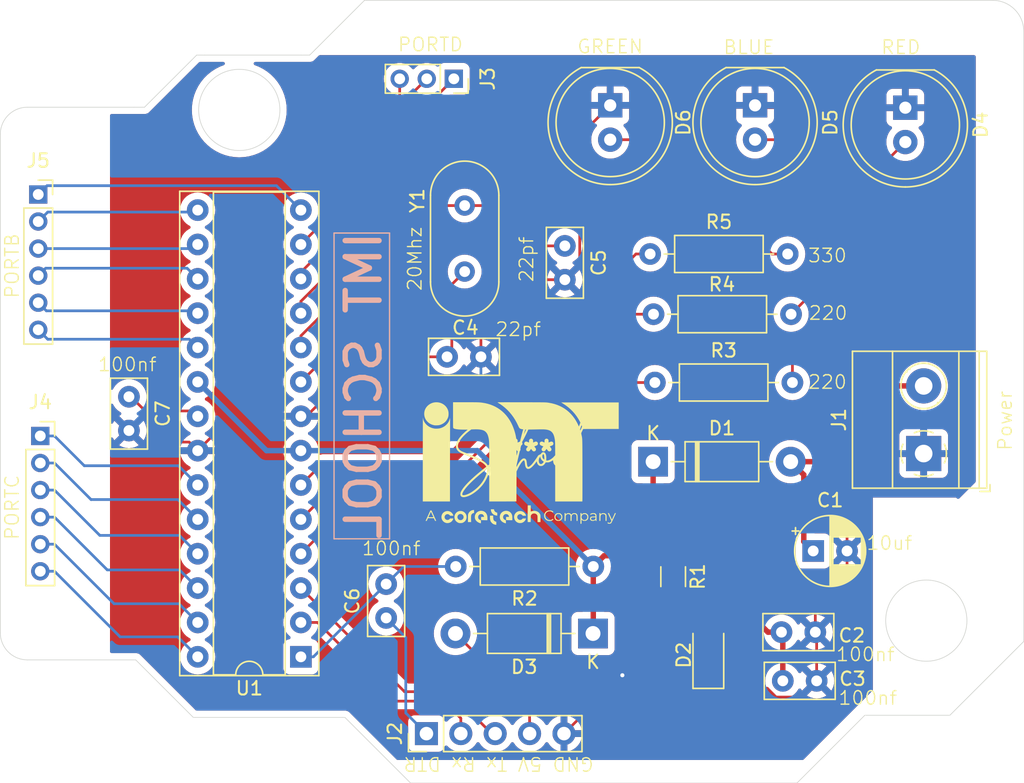
<source format=kicad_pcb>
(kicad_pcb (version 20240108) (generator "pcbnew") (generator_version "8.0")
  (layers (0 "F.Cu" signal) (31 "B.Cu" signal) (34 "B.Paste" user) (35 "F.Paste" user) (36 "B.SilkS" user "B.Silkscreen") (37 "F.SilkS" user "F.Silkscreen") (38 "B.Mask" user) (39 "F.Mask" user) (44 "Edge.Cuts" user))
  (net 0 "")
  (net 1 "GND")
  (net 2 "+5V")
  (net 3 "+5V_")
  (net 4 "Crystal 1")
  (net 5 "Crystal 2")
  (net 6 "Reset")
  (net 7 "Net-(J2-Pin_1)")
  (net 8 "Net-(U1-AREF)")
  (net 9 "Net-(D2-A)")
  (net 10 "Net-(D3-A)")
  (net 11 "Net-(D4-A)")
  (net 12 "Net-(D5-A)")
  (net 13 "Net-(D6-A)")
  (net 14 "Rx")
  (net 15 "Tx")
  (net 16 "Net-(J3-Pin_2)")
  (net 17 "Net-(J3-Pin_1)")
  (net 18 "Net-(J3-Pin_3)")
  (net 19 "Net-(J4-Pin_2)")
  (net 20 "Net-(J4-Pin_4)")
  (net 21 "Net-(J4-Pin_1)")
  (net 22 "Net-(J4-Pin_6)")
  (net 23 "Net-(J4-Pin_3)")
  (net 24 "Net-(J4-Pin_5)")
  (net 25 "Net-(J5-Pin_1)")
  (net 26 "Net-(J5-Pin_2)")
  (net 27 "Net-(J5-Pin_5)")
  (net 28 "Net-(J5-Pin_4)")
  (net 29 "Net-(J5-Pin_3)")
  (net 30 "Net-(J5-Pin_6)")
  (net 31 "LED1")
  (net 32 "LED2")
  (net 33 "LED3")
  (footprint "Capacitor_THT:C_Disc_D5.0mm_W2.5mm_P2.50mm" (layer "F.Cu") (at 141.15 47.85 -90)
    (property "Reference" "C5" (at 1.25 -2.5 90) (layer "F.SilkS"))
    (property "Value" "22pf")
    (pad "1" thru_hole circle (at 0 0 270) (size 1.6 1.6) (drill 0.8) (layers "*.Cu" "*.Mask") (net 5 "Crystal 2"))
    (pad "2" thru_hole circle (at 2.5 0 270) (size 1.6 1.6) (drill 0.8) (layers "*.Cu" "*.Mask") (net 1 "GND"))
  )
  (footprint "Capacitor_THT:CP_Radial_D5.0mm_P2.50mm" (layer "F.Cu") (at 159.494888 70.4)
    (property "Reference" "C1" (at 1.25 -3.75 0) (layer "F.SilkS"))
    (property "Value" "10uf")
    (pad "1" thru_hole rect (at 0 0) (size 1.6 1.6) (drill 0.8) (layers "*.Cu" "*.Mask") (net 2 "+5V"))
    (pad "2" thru_hole circle (at 2.5 0) (size 1.6 1.6) (drill 0.8) (layers "*.Cu" "*.Mask") (net 1 "GND"))
  )
  (footprint "Capacitor_THT:C_Disc_D5.0mm_W2.5mm_P2.50mm" (layer "F.Cu") (at 108.95 59 -90)
    (property "Reference" "C7" (at 1.25 -2.5 90) (layer "F.SilkS"))
    (property "Value" "100nf")
    (pad "1" thru_hole circle (at 0 0 270) (size 1.6 1.6) (drill 0.8) (layers "*.Cu" "*.Mask") (net 8 "Net-(U1-AREF)"))
    (pad "2" thru_hole circle (at 2.5 0 270) (size 1.6 1.6) (drill 0.8) (layers "*.Cu" "*.Mask") (net 1 "GND"))
  )
  (footprint "Diode_THT:D_DO-41_SOD81_P10.16mm_Horizontal" (layer "F.Cu") (at 147.67 63.8)
    (property "Reference" "D1" (at 5.08 -2.47 0) (layer "F.SilkS"))
    (property "Value" "1N4007")
    (fp_text user "K" (at 0 -2.1 0) (layer "F.SilkS"))
    (pad "1" thru_hole rect (at 0 0) (size 2.2 2.2) (drill 1.1) (layers "*.Cu" "*.Mask") (net 3 "+5V_"))
    (pad "2" thru_hole oval (at 10.16 0) (size 2.2 2.2) (drill 1.1) (layers "*.Cu" "*.Mask") (net 2 "+5V"))
  )
  (footprint "Crystal:Crystal_HC49-4H_Vertical" (layer "F.Cu") (at 133.75 49.75 90)
    (property "Reference" "Y1" (at 5.25 -3.5 90) (layer "F.SilkS"))
    (property "Value" "Crystal")
    (pad "1" thru_hole circle (at 0 0 90) (size 1.5 1.5) (drill 0.8) (layers "*.Cu" "*.Mask") (net 4 "Crystal 1"))
    (pad "2" thru_hole circle (at 4.88 0 90) (size 1.5 1.5) (drill 0.8) (layers "*.Cu" "*.Mask") (net 5 "Crystal 2"))
  )
  (footprint "Resistor_SMD:R_1206_3216Metric_Pad1.30x1.75mm_HandSolder" (layer "F.Cu") (at 149.15 72.3 -90)
    (property "Reference" "R1" (at 0 -1.82 90) (layer "F.SilkS"))
    (property "Value" "R_Small")
    (pad "1" smd roundrect (at -1.55 0 270) (size 1.3 1.75) (layers "F.Cu" "F.Paste" "F.Mask") (roundrect_rratio 0.192308) (net 3 "+5V_"))
    (pad "2" smd roundrect (at 1.55 0 270) (size 1.3 1.75) (layers "F.Cu" "F.Paste" "F.Mask") (roundrect_rratio 0.192308) (net 9 "Net-(D2-A)"))
  )
  (footprint "Connector_PinSocket_2.00mm:PinSocket_1x06_P2.00mm_Vertical" (layer "F.Cu") (at 102.4 61.9)
    (property "Reference" "J4" (at 0 -2.5 0) (layer "F.SilkS"))
    (property "Value" "PORTC")
    (pad "1" thru_hole rect (at 0 0) (size 1.35 1.35) (drill 0.8) (layers "*.Cu" "*.Mask") (net 21 "Net-(J4-Pin_1)"))
    (pad "2" thru_hole oval (at 0 2) (size 1.35 1.35) (drill 0.8) (layers "*.Cu" "*.Mask") (net 19 "Net-(J4-Pin_2)"))
    (pad "3" thru_hole oval (at 0 4) (size 1.35 1.35) (drill 0.8) (layers "*.Cu" "*.Mask") (net 23 "Net-(J4-Pin_3)"))
    (pad "4" thru_hole oval (at 0 6) (size 1.35 1.35) (drill 0.8) (layers "*.Cu" "*.Mask") (net 20 "Net-(J4-Pin_4)"))
    (pad "5" thru_hole oval (at 0 8) (size 1.35 1.35) (drill 0.8) (layers "*.Cu" "*.Mask") (net 24 "Net-(J4-Pin_5)"))
    (pad "6" thru_hole oval (at 0 10) (size 1.35 1.35) (drill 0.8) (layers "*.Cu" "*.Mask") (net 22 "Net-(J4-Pin_6)"))
  )
  (footprint "LED_THT:LED_D8.0mm" (layer "F.Cu") (at 144.5 37.46 -90)
    (property "Reference" "D6" (at 1.27 -5.4 90) (layer "F.SilkS"))
    (property "Value" "GREEN")
    (pad "1" thru_hole rect (at 0 0 270) (size 1.8 1.8) (drill 0.9) (layers "*.Cu" "*.Mask") (net 1 "GND"))
    (pad "2" thru_hole circle (at 2.54 0 270) (size 1.8 1.8) (drill 0.9) (layers "*.Cu" "*.Mask") (net 13 "Net-(D6-A)"))
  )
  (footprint "logo_Footprints:imt_new3" (layer "F.Cu") (at 137.905 63.07)
    (property "Reference" "G***" (at 0 0 0) (layer "F.SilkS") (effects (font (size 1.5 1.5) (thickness 0.3))))
    (property "Value" "LOGO" (hide yes))
  )
  (footprint "LED_SMD:LED_1206_3216Metric_Pad1.42x1.75mm_HandSolder" (layer "F.Cu") (at 151.75 78.1 90)
    (property "Reference" "D2" (at 0 -1.82 90) (layer "F.SilkS"))
    (property "Value" "LED_Small")
    (pad "1" smd roundrect (at -1.4875 0 90) (size 1.425 1.75) (layers "F.Cu" "F.Paste" "F.Mask") (roundrect_rratio 0.175439) (net 1 "GND"))
    (pad "2" smd roundrect (at 1.4875 0 90) (size 1.425 1.75) (layers "F.Cu" "F.Paste" "F.Mask") (roundrect_rratio 0.175439) (net 9 "Net-(D2-A)"))
  )
  (footprint "Capacitor_THT:C_Disc_D5.0mm_W2.5mm_P2.50mm" (layer "F.Cu") (at 157.15 76.4)
    (property "Reference" "C2" (at 5.2 0.25 0) (layer "F.SilkS"))
    (property "Value" "100nf")
    (pad "1" thru_hole circle (at 0 0) (size 1.6 1.6) (drill 0.8) (layers "*.Cu" "*.Mask") (net 3 "+5V_"))
    (pad "2" thru_hole circle (at 2.5 0) (size 1.6 1.6) (drill 0.8) (layers "*.Cu" "*.Mask") (net 1 "GND"))
  )
  (footprint "LED_THT:LED_D8.0mm" (layer "F.Cu") (at 166.3 37.635 -90)
    (property "Reference" "D4" (at 1.27 -5.56 90) (layer "F.SilkS"))
    (property "Value" "RED")
    (pad "1" thru_hole rect (at 0 0 270) (size 1.8 1.8) (drill 0.9) (layers "*.Cu" "*.Mask") (net 1 "GND"))
    (pad "2" thru_hole circle (at 2.54 0 270) (size 1.8 1.8) (drill 0.9) (layers "*.Cu" "*.Mask") (net 11 "Net-(D4-A)"))
  )
  (footprint "Capacitor_THT:C_Disc_D5.0mm_W2.5mm_P2.50mm" (layer "F.Cu") (at 157.25 80)
    (property "Reference" "C3" (at 5.15 -0.15 0) (layer "F.SilkS"))
    (property "Value" "100nf")
    (pad "1" thru_hole circle (at 0 0) (size 1.6 1.6) (drill 0.8) (layers "*.Cu" "*.Mask") (net 3 "+5V_"))
    (pad "2" thru_hole circle (at 2.5 0) (size 1.6 1.6) (drill 0.8) (layers "*.Cu" "*.Mask") (net 1 "GND"))
  )
  (footprint "LED_THT:LED_D8.0mm" (layer "F.Cu") (at 155.2 37.46 -90)
    (property "Reference" "D5" (at 1.27 -5.56 90) (layer "F.SilkS"))
    (property "Value" "BLUE")
    (pad "1" thru_hole rect (at 0 0 270) (size 1.8 1.8) (drill 0.9) (layers "*.Cu" "*.Mask") (net 1 "GND"))
    (pad "2" thru_hole circle (at 2.54 0 270) (size 1.8 1.8) (drill 0.9) (layers "*.Cu" "*.Mask") (net 12 "Net-(D5-A)"))
  )
  (footprint "Resistor_THT:R_Axial_DIN0207_L6.3mm_D2.5mm_P10.16mm_Horizontal" (layer "F.Cu") (at 147.45 48.45)
    (property "Reference" "R5" (at 5.08 -2.37 0) (layer "F.SilkS"))
    (property "Value" "330")
    (pad "1" thru_hole circle (at 0 0) (size 1.6 1.6) (drill 0.8) (layers "*.Cu" "*.Mask") (net 33 "LED3"))
    (pad "2" thru_hole oval (at 10.16 0) (size 1.6 1.6) (drill 0.8) (layers "*.Cu" "*.Mask") (net 13 "Net-(D6-A)"))
  )
  (footprint "Capacitor_THT:C_Disc_D5.0mm_W2.5mm_P2.50mm" (layer "F.Cu") (at 127.95 75.35 90)
    (property "Reference" "C6" (at 1.25 -2.5 90) (layer "F.SilkS"))
    (property "Value" "100nf")
    (pad "1" thru_hole circle (at 0 0 90) (size 1.6 1.6) (drill 0.8) (layers "*.Cu" "*.Mask") (net 7 "Net-(J2-Pin_1)"))
    (pad "2" thru_hole circle (at 2.5 0 90) (size 1.6 1.6) (drill 0.8) (layers "*.Cu" "*.Mask") (net 6 "Reset"))
  )
  (footprint "Connector_PinSocket_2.00mm:PinSocket_1x03_P2.00mm_Vertical" (layer "F.Cu") (at 132.95 35.5 -90)
    (property "Reference" "J3" (at 0 -2.5 90) (layer "F.SilkS"))
    (property "Value" "PORTD")
    (pad "1" thru_hole rect (at 0 0 270) (size 1.35 1.35) (drill 0.8) (layers "*.Cu" "*.Mask") (net 17 "Net-(J3-Pin_1)"))
    (pad "2" thru_hole oval (at 0 2 270) (size 1.35 1.35) (drill 0.8) (layers "*.Cu" "*.Mask") (net 16 "Net-(J3-Pin_2)"))
    (pad "3" thru_hole oval (at 0 4 270) (size 1.35 1.35) (drill 0.8) (layers "*.Cu" "*.Mask") (net 18 "Net-(J3-Pin_3)"))
  )
  (footprint "Package_DIP:DIP-28_W7.62mm_Socket" (layer "F.Cu") (at 121.65 78.225 180)
    (property "Reference" "U1" (at 3.81 -2.33 0) (layer "F.SilkS"))
    (property "Value" "ATmega328P-P")
    (pad "1" thru_hole rect (at 0 0 180) (size 1.6 1.6) (drill 0.8) (layers "*.Cu" "*.Mask") (net 6 "Reset"))
    (pad "2" thru_hole oval (at 0 2.54 180) (size 1.6 1.6) (drill 0.8) (layers "*.Cu" "*.Mask") (net 14 "Rx"))
    (pad "3" thru_hole oval (at 0 5.08 180) (size 1.6 1.6) (drill 0.8) (layers "*.Cu" "*.Mask") (net 15 "Tx"))
    (pad "4" thru_hole oval (at 0 7.62 180) (size 1.6 1.6) (drill 0.8) (layers "*.Cu" "*.Mask") (net 31 "LED1"))
    (pad "5" thru_hole oval (at 0 10.16 180) (size 1.6 1.6) (drill 0.8) (layers "*.Cu" "*.Mask") (net 32 "LED2"))
    (pad "6" thru_hole oval (at 0 12.7 180) (size 1.6 1.6) (drill 0.8) (layers "*.Cu" "*.Mask") (net 33 "LED3"))
    (pad "7" thru_hole oval (at 0 15.24 180) (size 1.6 1.6) (drill 0.8) (layers "*.Cu" "*.Mask") (net 3 "+5V_"))
    (pad "8" thru_hole oval (at 0 17.78 180) (size 1.6 1.6) (drill 0.8) (layers "*.Cu" "*.Mask") (net 1 "GND"))
    (pad "9" thru_hole oval (at 0 20.32 180) (size 1.6 1.6) (drill 0.8) (layers "*.Cu" "*.Mask") (net 4 "Crystal 1"))
    (pad "10" thru_hole oval (at 0 22.86 180) (size 1.6 1.6) (drill 0.8) (layers "*.Cu" "*.Mask") (net 5 "Crystal 2"))
    (pad "11" thru_hole oval (at 0 25.4 180) (size 1.6 1.6) (drill 0.8) (layers "*.Cu" "*.Mask") (net 17 "Net-(J3-Pin_1)"))
    (pad "12" thru_hole oval (at 0 27.94 180) (size 1.6 1.6) (drill 0.8) (layers "*.Cu" "*.Mask") (net 16 "Net-(J3-Pin_2)"))
    (pad "13" thru_hole oval (at 0 30.48 180) (size 1.6 1.6) (drill 0.8) (layers "*.Cu" "*.Mask") (net 18 "Net-(J3-Pin_3)"))
    (pad "14" thru_hole oval (at 0 33.02 180) (size 1.6 1.6) (drill 0.8) (layers "*.Cu" "*.Mask") (net 25 "Net-(J5-Pin_1)"))
    (pad "15" thru_hole oval (at 7.62 33.02 180) (size 1.6 1.6) (drill 0.8) (layers "*.Cu" "*.Mask") (net 26 "Net-(J5-Pin_2)"))
    (pad "16" thru_hole oval (at 7.62 30.48 180) (size 1.6 1.6) (drill 0.8) (layers "*.Cu" "*.Mask") (net 29 "Net-(J5-Pin_3)"))
    (pad "17" thru_hole oval (at 7.62 27.94 180) (size 1.6 1.6) (drill 0.8) (layers "*.Cu" "*.Mask") (net 28 "Net-(J5-Pin_4)"))
    (pad "18" thru_hole oval (at 7.62 25.4 180) (size 1.6 1.6) (drill 0.8) (layers "*.Cu" "*.Mask") (net 27 "Net-(J5-Pin_5)"))
    (pad "19" thru_hole oval (at 7.62 22.86 180) (size 1.6 1.6) (drill 0.8) (layers "*.Cu" "*.Mask") (net 30 "Net-(J5-Pin_6)"))
    (pad "20" thru_hole oval (at 7.62 20.32 180) (size 1.6 1.6) (drill 0.8) (layers "*.Cu" "*.Mask") (net 3 "+5V_"))
    (pad "21" thru_hole oval (at 7.62 17.78 180) (size 1.6 1.6) (drill 0.8) (layers "*.Cu" "*.Mask") (net 8 "Net-(U1-AREF)"))
    (pad "22" thru_hole oval (at 7.62 15.24 180) (size 1.6 1.6) (drill 0.8) (layers "*.Cu" "*.Mask") (net 1 "GND"))
    (pad "23" thru_hole oval (at 7.62 12.7 180) (size 1.6 1.6) (drill 0.8) (layers "*.Cu" "*.Mask") (net 21 "Net-(J4-Pin_1)"))
    (pad "24" thru_hole oval (at 7.62 10.16 180) (size 1.6 1.6) (drill 0.8) (layers "*.Cu" "*.Mask") (net 19 "Net-(J4-Pin_2)"))
    (pad "25" thru_hole oval (at 7.62 7.62 180) (size 1.6 1.6) (drill 0.8) (layers "*.Cu" "*.Mask") (net 23 "Net-(J4-Pin_3)"))
    (pad "26" thru_hole oval (at 7.62 5.08 180) (size 1.6 1.6) (drill 0.8) (layers "*.Cu" "*.Mask") (net 20 "Net-(J4-Pin_4)"))
    (pad "27" thru_hole oval (at 7.62 2.54 180) (size 1.6 1.6) (drill 0.8) (layers "*.Cu" "*.Mask") (net 24 "Net-(J4-Pin_5)"))
    (pad "28" thru_hole oval (at 7.62 0 180) (size 1.6 1.6) (drill 0.8) (layers "*.Cu" "*.Mask") (net 22 "Net-(J4-Pin_6)"))
  )
  (footprint "Resistor_THT:R_Axial_DIN0207_L6.3mm_D2.5mm_P10.16mm_Horizontal" (layer "F.Cu") (at 143.25 71.55 180)
    (property "Reference" "R2" (at 5.08 -2.37 0) (layer "F.SilkS"))
    (property "Value" "100")
    (pad "1" thru_hole circle (at 0 0 180) (size 1.6 1.6) (drill 0.8) (layers "*.Cu" "*.Mask") (net 3 "+5V_"))
    (pad "2" thru_hole oval (at 10.16 0 180) (size 1.6 1.6) (drill 0.8) (layers "*.Cu" "*.Mask") (net 6 "Reset"))
  )
  (footprint "TerminalBlock_Phoenix:TerminalBlock_Phoenix_MKDS-1,5-2_1x02_P5.00mm_Horizontal" (layer "F.Cu") (at 167.655 63.2 90)
    (property "Reference" "J1" (at 2.5 -6.26 90) (layer "F.SilkS"))
    (property "Value" "POWER")
    (pad "1" thru_hole rect (at 0 0 90) (size 2.6 2.6) (drill 1.3) (layers "*.Cu" "*.Mask") (net 1 "GND"))
    (pad "2" thru_hole circle (at 5 0 90) (size 2.6 2.6) (drill 1.3) (layers "*.Cu" "*.Mask") (net 2 "+5V"))
  )
  (footprint "Connector_PinSocket_2.00mm:PinSocket_1x06_P2.00mm_Vertical" (layer "F.Cu") (at 102.25 44.05)
    (property "Reference" "J5" (at 0 -2.5 0) (layer "F.SilkS"))
    (property "Value" "PORTB")
    (pad "1" thru_hole rect (at 0 0) (size 1.35 1.35) (drill 0.8) (layers "*.Cu" "*.Mask") (net 25 "Net-(J5-Pin_1)"))
    (pad "2" thru_hole oval (at 0 2) (size 1.35 1.35) (drill 0.8) (layers "*.Cu" "*.Mask") (net 26 "Net-(J5-Pin_2)"))
    (pad "3" thru_hole oval (at 0 4) (size 1.35 1.35) (drill 0.8) (layers "*.Cu" "*.Mask") (net 29 "Net-(J5-Pin_3)"))
    (pad "4" thru_hole oval (at 0 6) (size 1.35 1.35) (drill 0.8) (layers "*.Cu" "*.Mask") (net 28 "Net-(J5-Pin_4)"))
    (pad "5" thru_hole oval (at 0 8) (size 1.35 1.35) (drill 0.8) (layers "*.Cu" "*.Mask") (net 27 "Net-(J5-Pin_5)"))
    (pad "6" thru_hole oval (at 0 10) (size 1.35 1.35) (drill 0.8) (layers "*.Cu" "*.Mask") (net 30 "Net-(J5-Pin_6)"))
  )
  (footprint "Connector_PinHeader_2.54mm:PinHeader_1x05_P2.54mm_Vertical" (layer "F.Cu") (at 130.925 83.9 90)
    (property "Reference" "J2" (at 0 -2.33 90) (layer "F.SilkS"))
    (property "Value" "UART")
    (pad "1" thru_hole rect (at 0 0 90) (size 1.7 1.7) (drill 1) (layers "*.Cu" "*.Mask") (net 7 "Net-(J2-Pin_1)"))
    (pad "2" thru_hole oval (at 0 2.54 90) (size 1.7 1.7) (drill 1) (layers "*.Cu" "*.Mask") (net 14 "Rx"))
    (pad "3" thru_hole oval (at 0 5.08 90) (size 1.7 1.7) (drill 1) (layers "*.Cu" "*.Mask") (net 15 "Tx"))
    (pad "4" thru_hole oval (at 0 7.62 90) (size 1.7 1.7) (drill 1) (layers "*.Cu" "*.Mask") (net 10 "Net-(D3-A)"))
    (pad "5" thru_hole oval (at 0 10.16 90) (size 1.7 1.7) (drill 1) (layers "*.Cu" "*.Mask") (net 1 "GND"))
  )
  (footprint "Diode_THT:D_DO-41_SOD81_P10.16mm_Horizontal" (layer "F.Cu") (at 143.23 76.5 180)
    (property "Reference" "D3" (at 5.08 -2.47 0) (layer "F.SilkS"))
    (property "Value" "1N4007")
    (fp_text user "K" (at 0 -2.1 0) (layer "F.SilkS"))
    (pad "1" thru_hole rect (at 0 0 180) (size 2.2 2.2) (drill 1.1) (layers "*.Cu" "*.Mask") (net 3 "+5V_"))
    (pad "2" thru_hole oval (at 10.16 0 180) (size 2.2 2.2) (drill 1.1) (layers "*.Cu" "*.Mask") (net 10 "Net-(D3-A)"))
  )
  (footprint "Resistor_THT:R_Axial_DIN0207_L6.3mm_D2.5mm_P10.16mm_Horizontal" (layer "F.Cu") (at 147.7 52.9)
    (property "Reference" "R4" (at 5.05 -2.2 0) (layer "F.SilkS"))
    (property "Value" "220")
    (pad "1" thru_hole circle (at 0 0) (size 1.6 1.6) (drill 0.8) (layers "*.Cu" "*.Mask") (net 32 "LED2"))
    (pad "2" thru_hole oval (at 10.16 0) (size 1.6 1.6) (drill 0.8) (layers "*.Cu" "*.Mask") (net 12 "Net-(D5-A)"))
  )
  (footprint "Capacitor_THT:C_Disc_D5.0mm_W2.5mm_P2.50mm" (layer "F.Cu") (at 132.45 56.05)
    (property "Reference" "C4" (at 1.35 -2.15 0) (layer "F.SilkS"))
    (property "Value" "22pf")
    (pad "1" thru_hole circle (at 0 0) (size 1.6 1.6) (drill 0.8) (layers "*.Cu" "*.Mask") (net 4 "Crystal 1"))
    (pad "2" thru_hole circle (at 2.5 0) (size 1.6 1.6) (drill 0.8) (layers "*.Cu" "*.Mask") (net 1 "GND"))
  )
  (footprint "Resistor_THT:R_Axial_DIN0207_L6.3mm_D2.5mm_P10.16mm_Horizontal" (layer "F.Cu") (at 147.8 57.95)
    (property "Reference" "R3" (at 5.08 -2.37 0) (layer "F.SilkS"))
    (property "Value" "220")
    (pad "1" thru_hole circle (at 0 0) (size 1.6 1.6) (drill 0.8) (layers "*.Cu" "*.Mask") (net 31 "LED1"))
    (pad "2" thru_hole oval (at 10.16 0) (size 1.6 1.6) (drill 0.8) (layers "*.Cu" "*.Mask") (net 11 "Net-(D4-A)"))
  )
  (gr_line (start 124.45 69.5) (end 128.2 69.5) (stroke (width 0.1)) (layer "B.SilkS"))
  (gr_line (start 124.1 46.9) (end 124.1 69.5) (stroke (width 0.1)) (layer "B.SilkS"))
  (gr_line (start 124.1 69.5) (end 124.45 69.5) (stroke (width 0.1)) (layer "B.SilkS"))
  (gr_line (start 128.2 69.5) (end 128.2 46.9) (stroke (width 0.1)) (layer "B.SilkS"))
  (gr_line (start 128.2 46.9) (end 124.1 46.9) (stroke (width 0.1)) (layer "B.SilkS"))
  (gr_line (start 122.3 33.75) (end 121.673502 33.75) (stroke (width 0.05)) (layer "Edge.Cuts"))
  (gr_line (start 163.304241 82.545759) (end 169.588615 82.545759) (stroke (width 0.05)) (layer "Edge.Cuts"))
  (gr_line (start 109.45 78.45) (end 101.45 78.45) (stroke (width 0.05)) (layer "Edge.Cuts"))
  (gr_line (start 110.665685 37.034315) (end 110.1 37.6) (stroke (width 0.05)) (layer "Edge.Cuts"))
  (gr_line (start 122.743001 33.306999) (end 122.3 33.75) (stroke (width 0.05)) (layer "Edge.Cuts"))
  (gr_line (start 113.95 33.75) (end 114.55 33.75) (stroke (width 0.05)) (layer "Edge.Cuts"))
  (gr_arc (start 172.75 29.7) (mid 174.376346 30.373654) (end 175.05 32) (stroke (width 0.05)) (layer "Edge.Cuts"))
  (gr_line (start 113.7 82.7) (end 124.9 82.7) (stroke (width 0.05)) (layer "Edge.Cuts"))
  (gr_circle (center 117.1 37.8) (end 120.1 37.8) (stroke (width 0.05)) (fill none) (layer "Edge.Cuts"))
  (gr_line (start 99.45 39.6) (end 99.45 76.45) (stroke (width 0.05)) (layer "Edge.Cuts"))
  (gr_line (start 109.45 78.45) (end 113.7 82.7) (stroke (width 0.05)) (layer "Edge.Cuts"))
  (gr_line (start 113.35 34.35) (end 113.95 33.75) (stroke (width 0.05)) (layer "Edge.Cuts"))
  (gr_line (start 169.588615 82.545759) (end 174.979302 77.155072) (stroke (width 0.05)) (layer "Edge.Cuts"))
  (gr_line (start 121.673502 33.75) (end 114.55 33.75) (stroke (width 0.05)) (layer "Edge.Cuts"))
  (gr_line (start 175.05 77.084374) (end 175.05 32) (stroke (width 0.05)) (layer "Edge.Cuts"))
  (gr_circle (center 167.85 75.55) (end 170.85 75.55) (stroke (width 0.05)) (fill none) (layer "Edge.Cuts"))
  (gr_line (start 126.35 29.7) (end 172.75 29.7) (stroke (width 0.05)) (layer "Edge.Cuts"))
  (gr_line (start 163.304241 82.545759) (end 158.3 87.55) (stroke (width 0.05)) (layer "Edge.Cuts"))
  (gr_arc (start 101.45 78.45) (mid 100.035786 77.864214) (end 99.45 76.45) (stroke (width 0.05)) (layer "Edge.Cuts"))
  (gr_line (start 174.979302 77.155072) (end 175.05 77.084374) (stroke (width 0.05)) (layer "Edge.Cuts"))
  (gr_arc (start 99.45 39.6) (mid 100.035786 38.185786) (end 101.45 37.6) (stroke (width 0.05)) (layer "Edge.Cuts"))
  (gr_line (start 126.35 29.7) (end 122.743001 33.306999) (stroke (width 0.05)) (layer "Edge.Cuts"))
  (gr_line (start 124.9 82.7) (end 129.75 87.55) (stroke (width 0.05)) (layer "Edge.Cuts"))
  (gr_line (start 110.1 37.6) (end 109.3 37.6) (stroke (width 0.05)) (layer "Edge.Cuts"))
  (gr_line (start 113.35 34.35) (end 110.665685 37.034315) (stroke (width 0.05)) (layer "Edge.Cuts"))
  (gr_line (start 129.75 87.55) (end 158.3 87.55) (stroke (width 0.05)) (layer "Edge.Cuts"))
  (gr_line (start 109.3 37.6) (end 101.45 37.6) (stroke (width 0.05)) (layer "Edge.Cuts"))
  (gr_text "IMT SCHOOL" (at 127.75 46.6 90) (layer "B.SilkS") (effects (font (size 2.5 2.5) (thickness 0.4)) (justify left bottom mirror)))
  (gr_text "22pf\n" (at 135.95 54.6 0) (layer "F.SilkS") (effects (font (size 1 1) (thickness 0.1)) (justify left bottom)))
  (gr_text "22pf" (at 138.9 50.6 90) (layer "F.SilkS") (effects (font (size 1 1) (thickness 0.1)) (justify left bottom)))
  (gr_text "PORTD" (at 128.75 33.55 0) (layer "F.SilkS") (effects (font (size 1 1) (thickness 0.1)) (justify left bottom)))
  (gr_text "100nf\n" (at 161.12 78.63 0) (layer "F.SilkS") (effects (font (size 1 1) (thickness 0.1)) (justify left bottom)))
  (gr_text "PORTB" (at 100.9 51.8 90) (layer "F.SilkS") (effects (font (size 1 1) (thickness 0.1)) (justify left bottom)))
  (gr_text "PORTC" (at 100.9 69.65 90) (layer "F.SilkS") (effects (font (size 1 1) (thickness 0.1)) (justify left bottom)))
  (gr_text "220\n" (at 159.05 58.5 0) (layer "F.SilkS") (effects (font (size 1 1) (thickness 0.1)) (justify left bottom)))
  (gr_text "RED" (at 164.45 33.75 0) (layer "F.SilkS") (effects (font (size 1 1) (thickness 0.1)) (justify left bottom)))
  (gr_text "GND 5V Tx Rx DTR" (at 143.35 85.55 180) (layer "F.SilkS") (effects (font (size 1 1) (thickness 0.1)) (justify left bottom)))
  (gr_text "BLUE" (at 152.8 33.75 0) (layer "F.SilkS") (effects (font (size 1 1) (thickness 0.1)) (justify left bottom)))
  (gr_text "GREEN" (at 142 33.7 0) (layer "F.SilkS") (effects (font (size 1 1) (thickness 0.1)) (justify left bottom)))
  (gr_text "100nf" (at 126.1 70.8 0) (layer "F.SilkS") (effects (font (size 1 1) (thickness 0.1)) (justify left bottom)))
  (gr_text "100nf" (at 106.6 57.2 0) (layer "F.SilkS") (effects (font (size 1 1) (thickness 0.1)) (justify left bottom)))
  (gr_text "20Mhz" (at 130.65 51.25 90) (layer "F.SilkS") (effects (font (size 1 1) (thickness 0.1)) (justify left bottom)))
  (gr_text "Power" (at 174.25 63.05 90) (layer "F.SilkS") (effects (font (size 1 1) (thickness 0.1)) (justify left bottom)))
  (gr_text "330" (at 159.05 49.15 0) (layer "F.SilkS") (effects (font (size 1 1) (thickness 0.1)) (justify left bottom)))
  (gr_text "100nf" (at 161.3 81.85 0) (layer "F.SilkS") (effects (font (size 1 1) (thickness 0.1)) (justify left bottom)))
  (gr_text "10uf" (at 163.364888 70.4 0) (layer "F.SilkS") (effects (font (size 1 1) (thickness 0.1)) (justify left bottom)))
  (gr_text "220\n" (at 159.1 53.4 0) (layer "F.SilkS") (effects (font (size 1 1) (thickness 0.1)) (justify left bottom)))
  (segment (start 159.65 74.95) (end 161.994888 72.605112) (width 0.2) (layer "F.Cu") (net 1))
  (segment (start 137.45 50.35) (end 134.95 52.85) (width 0.2) (layer "F.Cu") (net 1))
  (segment (start 158.55 81.2) (end 156.752943 81.2) (width 0.2) (layer "F.Cu") (net 1))
  (segment (start 142.25 49.25) (end 141.15 50.35) (width 0.2) (layer "F.Cu") (net 1))
  (segment (start 161.994888 72.605112) (end 161.994888 70.4) (width 0.2) (layer "F.Cu") (net 1))
  (segment (start 155.375 37.635) (end 155.2 37.46) (width 0.2) (layer "F.Cu") (net 1))
  (segment (start 161.994888 65.505112) (end 161.994888 70.4) (width 0.2) (layer "F.Cu") (net 1))
  (segment (start 152.7125 80.55) (end 151.75 79.5875) (width 0.2) (layer "F.Cu") (net 1))
  (segment (start 164.3 63.2) (end 161.994888 65.505112) (width 0.2) (layer "F.Cu") (net 1))
  (segment (start 124.05 58.45) (end 122.055 60.445) (width 0.2) (layer "F.Cu") (net 1))
  (segment (start 159.65 76.4) (end 159.65 74.95) (width 0.2) (layer "F.Cu") (net 1))
  (segment (start 116.57 60.445) (end 114.03 62.985) (width 0.2) (layer "F.Cu") (net 1))
  (segment (start 159.75 80) (end 159.75 76.5) (width 0.2) (layer "F.Cu") (net 1))
  (segment (start 167.655 63.2) (end 164.3 63.2) (width 0.2) (layer "F.Cu") (net 1))
  (segment (start 145.3975 79.5875) (end 141.085 83.9) (width 0.2) (layer "F.Cu") (net 1))
  (segment (start 132.55 58.45) (end 124.05 58.45) (width 0.2) (layer "F.Cu") (net 1))
  (segment (start 159.75 76.5) (end 159.65 76.4) (width 0.2) (layer "F.Cu") (net 1))
  (segment (start 142.25 39.71) (end 142.25 49.25) (width 0.2) (layer "F.Cu") (net 1))
  (segment (start 121.65 60.445) (end 116.57 60.445) (width 0.2) (layer "F.Cu") (net 1))
  (segment (start 114.03 62.985) (end 113.395 62.35) (width 0.2) (layer "F.Cu") (net 1))
  (segment (start 134.95 52.85) (end 134.95 56.05) (width 0.2) (layer "F.Cu") (net 1))
  (segment (start 156.752943 81.2) (end 156.102943 80.55) (width 0.2) (layer "F.Cu") (net 1))
  (segment (start 109.8 62.35) (end 108.95 61.5) (width 0.2) (layer "F.Cu") (net 1))
  (segment (start 151.75 79.5875) (end 145.3975 79.5875) (width 0.2) (layer "F.Cu") (net 1))
  (segment (start 122.055 60.445) (end 121.65 60.445) (width 0.2) (layer "F.Cu") (net 1))
  (segment (start 113.395 62.35) (end 109.8 62.35) (width 0.2) (layer "F.Cu") (net 1))
  (segment (start 134.95 56.05) (end 132.55 58.45) (width 0.2) (layer "F.Cu") (net 1))
  (segment (start 159.75 80) (end 158.55 81.2) (width 0.2) (layer "F.Cu") (net 1))
  (segment (start 141.15 50.35) (end 137.45 50.35) (width 0.2) (layer "F.Cu") (net 1))
  (segment (start 144.5 37.46) (end 142.25 39.71) (width 0.2) (layer "F.Cu") (net 1))
  (segment (start 144.5 37.46) (end 155.2 37.46) (width 0.2) (layer "F.Cu") (net 1))
  (segment (start 156.102943 80.55) (end 152.7125 80.55) (width 0.2) (layer "F.Cu") (net 1))
  (segment (start 166.3 37.635) (end 155.375 37.635) (width 0.2) (layer "F.Cu") (net 1))
  (via (at 145.3975 79.5875) (size 0.5) (drill 0.3) (layers "F.Cu" "B.Cu") (net 1))
  (segment (start 145.4 79.585) (end 145.4 69.85) (width 0.2) (layer "B.Cu") (net 1))
  (segment (start 145.4 69.85) (end 134.95 59.4) (width 0.2) (layer "B.Cu") (net 1))
  (segment (start 145.3975 79.5875) (end 145.4 79.585) (width 0.2) (layer "B.Cu") (net 1))
  (segment (start 134.95 59.4) (end 134.95 56.05) (width 0.2) (layer "B.Cu") (net 1))
  (segment (start 160.2 63.8) (end 157.83 63.8) (width 0.4) (layer "F.Cu") (net 2))
  (segment (start 165.8 58.2) (end 160.2 63.8) (width 0.4) (layer "F.Cu") (net 2))
  (segment (start 159.494888 70.4) (end 158.8 69.705112) (width 0.4) (layer "F.Cu") (net 2))
  (segment (start 167.655 58.2) (end 165.8 58.2) (width 0.4) (layer "F.Cu") (net 2))
  (segment (start 158.8 64.77) (end 157.83 63.8) (width 0.4) (layer "F.Cu") (net 2))
  (segment (start 158.8 69.705112) (end 158.8 64.77) (width 0.4) (layer "F.Cu") (net 2))
  (segment (start 149.15 70.75) (end 144.05 70.75) (width 0.4) (layer "F.Cu") (net 3))
  (segment (start 156.15 76.4) (end 150.5 70.75) (width 0.4) (layer "F.Cu") (net 3))
  (segment (start 144.05 70.75) (end 143.25 71.55) (width 0.4) (layer "F.Cu") (net 3))
  (segment (start 150.5 70.75) (end 149.15 70.75) (width 0.4) (layer "F.Cu") (net 3))
  (segment (start 147.67 69.02) (end 147.67 63.8) (width 0.4) (layer "F.Cu") (net 3))
  (segment (start 157.15 76.4) (end 156.15 76.4) (width 0.4) (layer "F.Cu") (net 3))
  (segment (start 143.25 71.55) (end 143.25 76.48) (width 0.4) (layer "F.Cu") (net 3))
  (segment (start 149.15 70.75) (end 149.15 70.5) (width 0.4) (layer "F.Cu") (net 3))
  (segment (start 149.15 70.5) (end 147.67 69.02) (width 0.4) (layer "F.Cu") (net 3))
  (segment (start 157.25 80) (end 157.25 76.5) (width 0.4) (layer "F.Cu") (net 3))
  (segment (start 157.25 76.5) (end 157.15 76.4) (width 0.4) (layer "F.Cu") (net 3))
  (segment (start 143.25 76.48) (end 143.23 76.5) (width 0.4) (layer "F.Cu") (net 3))
  (segment (start 143.25 71.55) (end 134.685 62.985) (width 0.4) (layer "B.Cu") (net 3))
  (segment (start 121.65 62.985) (end 119.11 62.985) (width 0.4) (layer "B.Cu") (net 3))
  (segment (start 119.11 62.985) (end 114.03 57.905) (width 0.4) (layer "B.Cu") (net 3))
  (segment (start 134.685 62.985) (end 121.65 62.985) (width 0.4) (layer "B.Cu") (net 3))
  (segment (start 132.8 55.7) (end 132.8 50.7) (width 0.2) (layer "F.Cu") (net 4))
  (segment (start 132.45 56.05) (end 132.8 55.7) (width 0.2) (layer "F.Cu") (net 4))
  (segment (start 132.8 50.7) (end 133.75 49.75) (width 0.2) (layer "F.Cu") (net 4))
  (segment (start 123.505 56.05) (end 121.65 57.905) (width 0.2) (layer "F.Cu") (net 4))
  (segment (start 132.45 56.05) (end 123.505 56.05) (width 0.2) (layer "F.Cu") (net 4))
  (segment (start 121.65 55.365) (end 121.65 54.5) (width 0.2) (layer "F.Cu") (net 5))
  (segment (start 141.15 47.85) (end 138.5 47.85) (width 0.2) (layer "F.Cu") (net 5))
  (segment (start 138.5 47.85) (end 135.52 44.87) (width 0.2) (layer "F.Cu") (net 5))
  (segment (start 135.52 44.87) (end 133.75 44.87) (width 0.2) (layer "F.Cu") (net 5))
  (segment (start 121.65 54.5) (end 131.28 44.87) (width 0.2) (layer "F.Cu") (net 5))
  (segment (start 131.28 44.87) (end 133.75 44.87) (width 0.2) (layer "F.Cu") (net 5))
  (segment (start 127.95 72.85) (end 122.575 78.225) (width 0.2) (layer "B.Cu") (net 6))
  (segment (start 122.575 78.225) (end 121.65 78.225) (width 0.2) (layer "B.Cu") (net 6))
  (segment (start 129.25 71.55) (end 127.95 72.85) (width 0.2) (layer "B.Cu") (net 6))
  (segment (start 133.09 71.55) (end 129.25 71.55) (width 0.2) (layer "B.Cu") (net 6))
  (segment (start 129.4 82.375) (end 130.925 83.9) (width 0.2) (layer "B.Cu") (net 7))
  (segment (start 129.4 76.8) (end 129.4 82.375) (width 0.2) (layer "B.Cu") (net 7))
  (segment (start 127.95 75.35) (end 129.4 76.8) (width 0.2) (layer "B.Cu") (net 7))
  (segment (start 108.95 59) (end 109.1 59) (width 0.2) (layer "F.Cu") (net 8))
  (segment (start 113.635 60.05) (end 114.03 60.445) (width 0.2) (layer "F.Cu") (net 8))
  (segment (start 109.1 59) (end 110.15 60.05) (width 0.2) (layer "F.Cu") (net 8))
  (segment (start 110.15 60.05) (end 113.635 60.05) (width 0.2) (layer "F.Cu") (net 8))
  (segment (start 151.75 75.4) (end 150.2 73.85) (width 0.2) (layer "F.Cu") (net 9))
  (segment (start 151.75 76.6125) (end 151.75 75.4) (width 0.2) (layer "F.Cu") (net 9))
  (segment (start 150.2 73.85) (end 149.15 73.85) (width 0.2) (layer "F.Cu") (net 9))
  (segment (start 138.545 81.975) (end 133.07 76.5) (width 0.2) (layer "F.Cu") (net 10))
  (segment (start 138.545 83.9) (end 138.545 81.975) (width 0.2) (layer "F.Cu") (net 10))
  (segment (start 164 49.8) (end 157.96 55.84) (width 0.2) (layer "F.Cu") (net 11))
  (segment (start 164 42.475) (end 164 49.8) (width 0.2) (layer "F.Cu") (net 11))
  (segment (start 166.3 40.175) (end 164 42.475) (width 0.2) (layer "F.Cu") (net 11))
  (segment (start 157.96 55.84) (end 157.96 57.95) (width 0.2) (layer "F.Cu") (net 11))
  (segment (start 160.5 43.5) (end 160.5 50.26) (width 0.2) (layer "F.Cu") (net 12))
  (segment (start 157 40) (end 160.5 43.5) (width 0.2) (layer "F.Cu") (net 12))
  (segment (start 160.5 50.26) (end 157.86 52.9) (width 0.2) (layer "F.Cu") (net 12))
  (segment (start 155.2 40) (end 157 40) (width 0.2) (layer "F.Cu") (net 12))
  (segment (start 144.5 40) (end 148 40) (width 0.2) (layer "F.Cu") (net 13))
  (segment (start 148 40) (end 156.45 48.45) (width 0.2) (layer "F.Cu") (net 13))
  (segment (start 156.45 48.45) (end 157.61 48.45) (width 0.2) (layer "F.Cu") (net 13))
  (segment (start 132.2 81.5) (end 133.465 82.765) (width 0.2) (layer "F.Cu") (net 14))
  (segment (start 122.885 75.685) (end 128.7 81.5) (width 0.2) (layer "F.Cu") (net 14))
  (segment (start 133.465 82.765) (end 133.465 83.9) (width 0.2) (layer "F.Cu") (net 14))
  (segment (start 121.65 75.685) (end 122.885 75.685) (width 0.2) (layer "F.Cu") (net 14))
  (segment (start 128.7 81.5) (end 132.2 81.5) (width 0.2) (layer "F.Cu") (net 14))
  (segment (start 132.65 80.8) (end 135.75 83.9) (width 0.2) (layer "F.Cu") (net 15))
  (segment (start 129.305 80.8) (end 132.65 80.8) (width 0.2) (layer "F.Cu") (net 15))
  (segment (start 135.75 83.9) (end 136.005 83.9) (width 0.2) (layer "F.Cu") (net 15))
  (segment (start 121.65 73.145) (end 129.305 80.8) (width 0.2) (layer "F.Cu") (net 15))
  (segment (start 130.95 35.5) (end 130.05 36.4) (width 0.2) (layer "F.Cu") (net 16))
  (segment (start 121.65 49.8) (end 121.65 50.285) (width 0.2) (layer "F.Cu") (net 16))
  (segment (start 130.05 36.4) (end 130.05 41.4) (width 0.2) (layer "F.Cu") (net 16))
  (segment (start 130.05 41.4) (end 121.65 49.8) (width 0.2) (layer "F.Cu") (net 16))
  (segment (start 121.65 51.95) (end 121.65 52.825) (width 0.2) (layer "F.Cu") (net 17))
  (segment (start 131.05 37.4) (end 131.05 42.55) (width 0.2) (layer "F.Cu") (net 17))
  (segment (start 132.95 35.5) (end 131.05 37.4) (width 0.2) (layer "F.Cu") (net 17))
  (segment (start 131.05 42.55) (end 121.65 51.95) (width 0.2) (layer "F.Cu") (net 17))
  (segment (start 128.95 40.445) (end 121.65 47.745) (width 0.2) (layer "F.Cu") (net 18))
  (segment (start 128.95 35.5) (end 128.95 40.445) (width 0.2) (layer "F.Cu") (net 18))
  (segment (start 112.565 66.6) (end 114.03 68.065) (width 0.2) (layer "B.Cu") (net 19))
  (segment (start 102.4 63.9) (end 103.45 63.9) (width 0.2) (layer "B.Cu") (net 19))
  (segment (start 106.15 66.6) (end 112.565 66.6) (width 0.2) (layer "B.Cu") (net 19))
  (segment (start 103.45 63.9) (end 106.15 66.6) (width 0.2) (layer "B.Cu") (net 19))
  (segment (start 102.4 67.9) (end 103.45 67.9) (width 0.2) (layer "B.Cu") (net 20))
  (segment (start 107.35 71.8) (end 112.685 71.8) (width 0.2) (layer "B.Cu") (net 20))
  (segment (start 103.45 67.9) (end 107.35 71.8) (width 0.2) (layer "B.Cu") (net 20))
  (segment (start 112.685 71.8) (end 114.03 73.145) (width 0.2) (layer "B.Cu") (net 20))
  (segment (start 112.605 64.1) (end 114.03 65.525) (width 0.2) (layer "B.Cu") (net 21))
  (segment (start 105.65 64.1) (end 112.605 64.1) (width 0.2) (layer "B.Cu") (net 21))
  (segment (start 102.4 61.9) (end 103.45 61.9) (width 0.2) (layer "B.Cu") (net 21))
  (segment (start 103.45 61.9) (end 105.65 64.1) (width 0.2) (layer "B.Cu") (net 21))
  (segment (start 112.555 76.75) (end 114.03 78.225) (width 0.2) (layer "B.Cu") (net 22))
  (segment (start 108.3 76.75) (end 112.555 76.75) (width 0.2) (layer "B.Cu") (net 22))
  (segment (start 103.45 71.9) (end 108.3 76.75) (width 0.2) (layer "B.Cu") (net 22))
  (segment (start 102.4 71.9) (end 103.45 71.9) (width 0.2) (layer "B.Cu") (net 22))
  (segment (start 103.45 65.9) (end 106.8 69.25) (width 0.2) (layer "B.Cu") (net 23))
  (segment (start 112.675 69.25) (end 114.03 70.605) (width 0.2) (layer "B.Cu") (net 23))
  (segment (start 106.8 69.25) (end 112.675 69.25) (width 0.2) (layer "B.Cu") (net 23))
  (segment (start 102.4 65.9) (end 103.45 65.9) (width 0.2) (layer "B.Cu") (net 23))
  (segment (start 107.85 74.3) (end 112.645 74.3) (width 0.2) (layer "B.Cu") (net 24))
  (segment (start 103.45 69.9) (end 107.85 74.3) (width 0.2) (layer "B.Cu") (net 24))
  (segment (start 102.4 69.9) (end 103.45 69.9) (width 0.2) (layer "B.Cu") (net 24))
  (segment (start 112.645 74.3) (end 114.03 75.685) (width 0.2) (layer "B.Cu") (net 24))
  (segment (start 119.845 43.4) (end 121.65 45.205) (width 0.2) (layer "B.Cu") (net 25))
  (segment (start 102.25 44.05) (end 102.9 43.4) (width 0.2) (layer "B.Cu") (net 25))
  (segment (start 102.9 43.4) (end 119.845 43.4) (width 0.2) (layer "B.Cu") (net 25))
  (segment (start 102.95 45.35) (end 113.885 45.35) (width 0.2) (layer "B.Cu") (net 26))
  (segment (start 113.885 45.35) (end 114.03 45.205) (width 0.2) (layer "B.Cu") (net 26))
  (segment (start 102.25 46.05) (end 102.95 45.35) (width 0.2) (layer "B.Cu") (net 26))
  (segment (start 102.25 52.05) (end 102.85 52.65) (width 0.2) (layer "B.Cu") (net 27))
  (segment (start 102.85 52.65) (end 113.855 52.65) (width 0.2) (layer "B.Cu") (net 27))
  (segment (start 113.855 52.65) (end 114.03 52.825) (width 0.2) (layer "B.Cu") (net 27))
  (segment (start 102.25 50.05) (end 102.8 49.5) (width 0.2) (layer "B.Cu") (net 28))
  (segment (start 102.8 49.5) (end 113.245 49.5) (width 0.2) (layer "B.Cu") (net 28))
  (segment (start 113.245 49.5) (end 114.03 50.285) (width 0.2) (layer "B.Cu") (net 28))
  (segment (start 113.725 48.05) (end 114.03 47.745) (width 0.2) (layer "B.Cu") (net 29))
  (segment (start 102.25 48.05) (end 113.725 48.05) (width 0.2) (layer "B.Cu") (net 29))
  (segment (start 113.415 54.75) (end 114.03 55.365) (width 0.2) (layer "B.Cu") (net 30))
  (segment (start 102.95 54.75) (end 113.415 54.75) (width 0.2) (layer "B.Cu") (net 30))
  (segment (start 102.25 54.05) (end 102.95 54.75) (width 0.2) (layer "B.Cu") (net 30))
  (segment (start 131.05 69.5) (end 122.755 69.5) (width 0.2) (layer "F.Cu") (net 31))
  (segment (start 142.6 57.95) (end 131.05 69.5) (width 0.2) (layer "F.Cu") (net 31))
  (segment (start 122.755 69.5) (end 121.65 70.605) (width 0.2) (layer "F.Cu") (net 31))
  (segment (start 147.8 57.95) (end 142.6 57.95) (width 0.2) (layer "F.Cu") (net 31))
  (segment (start 131.05 66.75) (end 122.965 66.75) (width 0.2) (layer "F.Cu") (net 32))
  (segment (start 122.965 66.75) (end 121.65 68.065) (width 0.2) (layer "F.Cu") (net 32))
  (segment (start 147.7 52.9) (end 144.9 52.9) (width 0.2) (layer "F.Cu") (net 32))
  (segment (start 144.9 52.9) (end 131.05 66.75) (width 0.2) (layer "F.Cu") (net 32))
  (segment (start 123.325 63.85) (end 121.65 65.525) (width 0.2) (layer "F.Cu") (net 33))
  (segment (start 131 63.85) (end 123.325 63.85) (width 0.2) (layer "F.Cu") (net 33))
  (segment (start 146.4 48.45) (end 131 63.85) (width 0.2) (layer "F.Cu") (net 33))
  (segment (start 147.45 48.45) (end 146.4 48.45) (width 0.2) (layer "F.Cu") (net 33))
  (zone (net 1) (net_name "GND") (layers "F&B.Cu") (connect_pads (clearance 0.5)) (min_thickness 0.25) (fill yes (thermal_gap 0.5) (thermal_bridge_width 0.5))
    (polygon (pts (xy 107.55 33.85) (xy 107.55 85.85) (xy 158.75 85.85) (xy 163.9 80.7) (xy 163.9 66.45) (xy 170.05 66.45) (xy 170.2 66.6) (xy 171.5 65.3) (xy 171.5 33.75) (xy 107.65 33.75)))
  )
)
</source>
